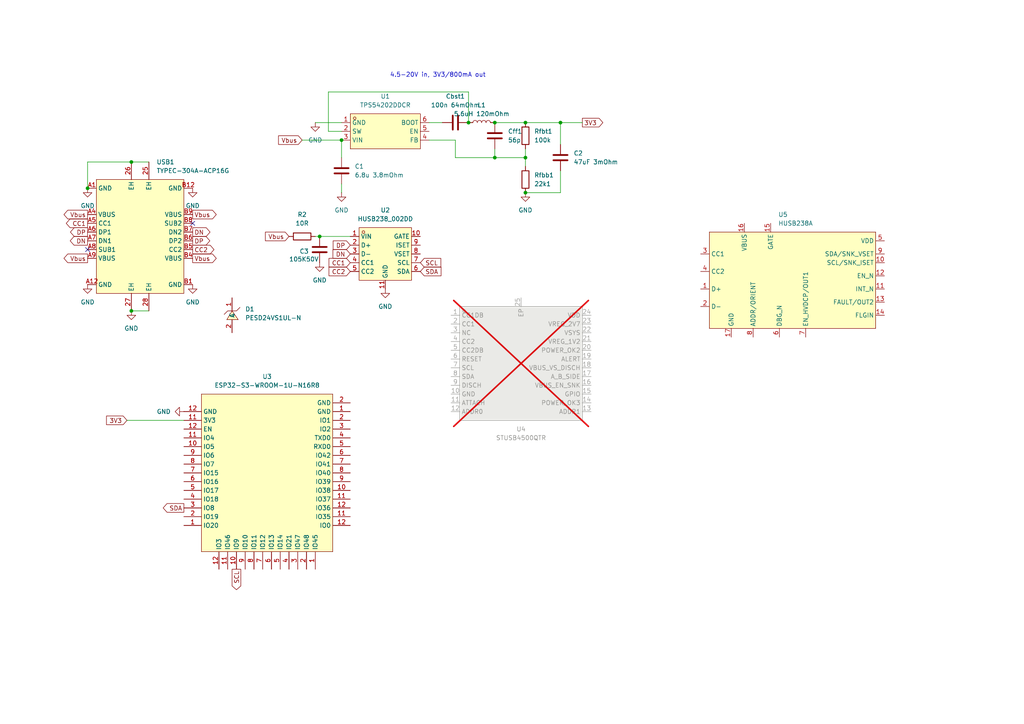
<source format=kicad_sch>
(kicad_sch (version 20231120) (generator "eeschema") (generator_version "8.0")
  (paper "A4")
  (lib_symbols
    (symbol "Device:C" (pin_numbers hide) (pin_names (offset 0.254))
      (property "Reference" "C" (at 0.635 2.54 0))
      (property "Value" "C" (at 0.635 -2.54 0))
      (symbol "C_0_1"
        (polyline (pts (xy -2.032 -0.762) (xy 2.032 -0.762)) (stroke (width 0.508)))
        (polyline (pts (xy -2.032 0.762) (xy 2.032 0.762)) (stroke (width 0.508)))
      )
      (symbol "C_1_1"
        (pin passive line (at 0 3.81 270) (length 2.794) (name "~") (number "1"))
        (pin passive line (at 0 -3.81 90) (length 2.794) (name "~") (number "2"))
      )
    )
    (symbol "Device:L" (pin_numbers hide) (pin_names (offset 1.016) hide)
      (property "Reference" "L" (at -1.27 0 90))
      (property "Value" "L" (at 1.905 0 90))
      (symbol "L_0_1"
        (arc (start 0 -2.54) (mid 0.6323 -1.905) (end 0 -1.27))
        (arc (start 0 -1.27) (mid 0.6323 -0.635) (end 0 0))
        (arc (start 0 0) (mid 0.6323 0.635) (end 0 1.27))
        (arc (start 0 1.27) (mid 0.6323 1.905) (end 0 2.54))
      )
      (symbol "L_1_1"
        (pin passive line (at 0 3.81 270) (length 1.27) (name "1") (number "1"))
        (pin passive line (at 0 -3.81 90) (length 1.27) (name "2") (number "2"))
      )
    )
    (symbol "Device:R" (pin_numbers hide) (pin_names (offset 0))
      (property "Reference" "R" (at 2.032 0 90))
      (property "Value" "R" (at 0 0 90))
      (symbol "R_0_1"
        (rectangle (start -1.016 -2.54) (end 1.016 2.54) (stroke (width 0.254)))
      )
      (symbol "R_1_1"
        (pin passive line (at 0 3.81 270) (length 1.27) (name "~") (number "1"))
        (pin passive line (at 0 -3.81 90) (length 1.27) (name "~") (number "2"))
      )
    )
    (symbol "EasyEda2Kicad:ESP32-S3-WROOM-1U-N16R8"
      (property "Reference" "U" (at 0 27.94 0))
      (property "Value" "ESP32-S3-WROOM-1U-N16R8" (at 0 -30.48 0))
      (symbol "ESP32-S3-WROOM-1U-N16R8_0_1"
        (rectangle (start -19.05 25.4) (end 19.05 -20.32) (fill (type background)))
        (pin power_in line (at 24.13 20.32 180) (length 5.08) (name "GND") (number "1"))
        (pin unspecified line (at -24.13 -12.7 0) (length 5.08) (name "IO20") (number "1"))
        (pin unspecified line (at 13.97 -25.4 90) (length 5.08) (name "IO45") (number "1"))
        (pin unspecified line (at 24.13 -2.54 180) (length 5.08) (name "IO38") (number "10"))
        (pin unspecified line (at -24.13 10.16 0) (length 5.08) (name "IO5") (number "10"))
        (pin unspecified line (at -8.89 -25.4 90) (length 5.08) (name "IO9") (number "10"))
        (pin power_in line (at -24.13 17.78 0) (length 5.08) (name "3V3") (number "11"))
        (pin unspecified line (at 24.13 -10.16 180) (length 5.08) (name "IO35") (number "11"))
        (pin unspecified line (at 24.13 -5.08 180) (length 5.08) (name "IO37") (number "11"))
        (pin unspecified line (at -24.13 12.7 0) (length 5.08) (name "IO4") (number "11"))
        (pin unspecified line (at -11.43 -25.4 90) (length 5.08) (name "IO46") (number "11"))
        (pin unspecified line (at -24.13 15.24 0) (length 5.08) (name "EN") (number "12"))
        (pin power_in line (at -24.13 20.32 0) (length 5.08) (name "GND") (number "12"))
        (pin unspecified line (at 24.13 -12.7 180) (length 5.08) (name "IO0") (number "12"))
        (pin unspecified line (at -13.97 -25.4 90) (length 5.08) (name "IO3") (number "12"))
        (pin unspecified line (at 24.13 -7.62 180) (length 5.08) (name "IO36") (number "12"))
        (pin power_in line (at 24.13 22.86 180) (length 5.08) (name "GND") (number "2"))
        (pin unspecified line (at 24.13 17.78 180) (length 5.08) (name "IO1") (number "2"))
        (pin unspecified line (at -24.13 -10.16 0) (length 5.08) (name "IO19") (number "2"))
        (pin unspecified line (at 11.43 -25.4 90) (length 5.08) (name "IO48") (number "2"))
        (pin unspecified line (at 24.13 15.24 180) (length 5.08) (name "IO2") (number "3"))
        (pin unspecified line (at 8.89 -25.4 90) (length 5.08) (name "IO47") (number "3"))
        (pin unspecified line (at -24.13 -7.62 0) (length 5.08) (name "IO8") (number "3"))
        (pin unspecified line (at -24.13 -5.08 0) (length 5.08) (name "IO18") (number "4"))
        (pin unspecified line (at 6.35 -25.4 90) (length 5.08) (name "IO21") (number "4"))
        (pin unspecified line (at 24.13 12.7 180) (length 5.08) (name "TXD0") (number "4"))
        (pin unspecified line (at 3.81 -25.4 90) (length 5.08) (name "IO14") (number "5"))
        (pin unspecified line (at -24.13 -2.54 0) (length 5.08) (name "IO17") (number "5"))
        (pin unspecified line (at 24.13 10.16 180) (length 5.08) (name "RXD0") (number "5"))
        (pin unspecified line (at 1.27 -25.4 90) (length 5.08) (name "IO13") (number "6"))
        (pin unspecified line (at -24.13 0 0) (length 5.08) (name "IO16") (number "6"))
        (pin unspecified line (at 24.13 7.62 180) (length 5.08) (name "IO42") (number "6"))
        (pin unspecified line (at -1.27 -25.4 90) (length 5.08) (name "IO12") (number "7"))
        (pin unspecified line (at -24.13 2.54 0) (length 5.08) (name "IO15") (number "7"))
        (pin unspecified line (at 24.13 5.08 180) (length 5.08) (name "IO41") (number "7"))
        (pin unspecified line (at -3.81 -25.4 90) (length 5.08) (name "IO11") (number "8"))
        (pin unspecified line (at 24.13 2.54 180) (length 5.08) (name "IO40") (number "8"))
        (pin unspecified line (at -24.13 5.08 0) (length 5.08) (name "IO7") (number "8"))
        (pin unspecified line (at -6.35 -25.4 90) (length 5.08) (name "IO10") (number "9"))
        (pin unspecified line (at 24.13 0 180) (length 5.08) (name "IO39") (number "9"))
        (pin unspecified line (at -24.13 7.62 0) (length 5.08) (name "IO6") (number "9"))
      )
    )
    (symbol "EasyEda2Kicad:HUSB238A"
      (property "Reference" "U" (at 0 21.59 0))
      (property "Value" "HUSB238A" (at 0 -21.59 0))
      (symbol "HUSB238A_0_1"
        (rectangle (start -24.13 13.97) (end 24.13 -13.97) (fill (type background)))
        (pin unspecified line (at -26.67 -2.54 0) (length 2.54) (name "D+") (number "1"))
        (pin unspecified line (at 26.67 5.08 180) (length 2.54) (name "SCL/SNK_ISET") (number "10"))
        (pin unspecified line (at 26.67 -2.54 180) (length 2.54) (name "INT_N") (number "11"))
        (pin unspecified line (at 26.67 1.27 180) (length 2.54) (name "EN_N") (number "12"))
        (pin unspecified line (at 26.67 -6.35 180) (length 2.54) (name "FAULT/OUT2") (number "13"))
        (pin unspecified line (at 26.67 -10.16 180) (length 2.54) (name "FLGIN") (number "14"))
        (pin unspecified line (at -6.35 16.51 270) (length 2.54) (name "GATE") (number "15"))
        (pin unspecified line (at -13.97 16.51 270) (length 2.54) (name "VBUS") (number "16"))
        (pin unspecified line (at -17.78 -16.51 90) (length 2.54) (name "GND") (number "17"))
        (pin unspecified line (at -26.67 -7.62 0) (length 2.54) (name "D-") (number "2"))
        (pin unspecified line (at -26.67 7.62 0) (length 2.54) (name "CC1") (number "3"))
        (pin unspecified line (at -26.67 2.54 0) (length 2.54) (name "CC2") (number "4"))
        (pin unspecified line (at 26.67 11.43 180) (length 2.54) (name "VDD") (number "5"))
        (pin unspecified line (at -3.81 -16.51 90) (length 2.54) (name "DBG_N") (number "6"))
        (pin unspecified line (at 3.81 -16.51 90) (length 2.54) (name "EN_HVDCP/OUT1") (number "7"))
        (pin unspecified line (at -11.43 -16.51 90) (length 2.54) (name "ADDR/ORIENT") (number "8"))
        (pin unspecified line (at 26.67 7.62 180) (length 2.54) (name "SDA/SNK_VSET") (number "9"))
      )
    )
    (symbol "EasyEda2Kicad:HUSB238_002DD"
      (property "Reference" "U" (at 0 10.16 0))
      (property "Value" "HUSB238_002DD" (at 0 -15.24 0))
      (symbol "HUSB238_002DD_0_1"
        (rectangle (start -7.62 7.62) (end 7.62 -7.62) (fill (type background)))
        (circle (center -6.35 6.35) (radius 0.38))
        (pin unspecified line (at -10.16 5.08 0) (length 2.54) (name "VIN") (number "1"))
        (pin unspecified line (at 10.16 5.08 180) (length 2.54) (name "GATE") (number "10"))
        (pin unspecified line (at 0 -10.16 90) (length 2.54) (name "GND") (number "11"))
        (pin unspecified line (at -10.16 2.54 0) (length 2.54) (name "D+") (number "2"))
        (pin unspecified line (at -10.16 0 0) (length 2.54) (name "D-") (number "3"))
        (pin unspecified line (at -10.16 -2.54 0) (length 2.54) (name "CC1") (number "4"))
        (pin unspecified line (at -10.16 -5.08 0) (length 2.54) (name "CC2") (number "5"))
        (pin unspecified line (at 10.16 -5.08 180) (length 2.54) (name "SDA") (number "6"))
        (pin unspecified line (at 10.16 -2.54 180) (length 2.54) (name "SCL") (number "7"))
        (pin unspecified line (at 10.16 0 180) (length 2.54) (name "VSET") (number "8"))
        (pin unspecified line (at 10.16 2.54 180) (length 2.54) (name "ISET") (number "9"))
      )
    )
    (symbol "EasyEda2Kicad:PESD24VS1UL-N"
      (property "Reference" "D" (at 0 5.08 0))
      (property "Value" "PESD24VS1UL-N" (at 0 -5.08 0))
      (symbol "PESD24VS1UL-N_0_1"
        (polyline (pts (xy -2.29 2.29) (xy -1.27 1.27) (xy -1.27 -1.27) (xy -0.25 -2.29)))
        (polyline (pts (xy 1.27 -1.52) (xy -1.27 0) (xy 1.27 1.78) (xy 1.27 -1.52)) (fill (type background)))
        (pin unspecified line (at -5.08 0 0) (length 3.81) (name "C") (number "1"))
        (pin unspecified line (at 5.08 0 180) (length 3.81) (name "A") (number "2"))
      )
    )
    (symbol "EasyEda2Kicad:TPS54202DDCR"
      (property "Reference" "U" (at 0 7.62 0))
      (property "Value" "TPS54202DDCR" (at 0 -7.62 0))
      (symbol "TPS54202DDCR_0_1"
        (rectangle (start -10.16 5.08) (end 10.16 -5.08) (fill (type background)))
        (circle (center -8.89 3.81) (radius 0.38))
        (pin unspecified line (at -12.7 2.54 0) (length 2.54) (name "GND") (number "1"))
        (pin unspecified line (at -12.7 0 0) (length 2.54) (name "SW") (number "2"))
        (pin unspecified line (at -12.7 -2.54 0) (length 2.54) (name "VIN") (number "3"))
        (pin unspecified line (at 12.7 -2.54 180) (length 2.54) (name "FB") (number "4"))
        (pin unspecified line (at 12.7 0 180) (length 2.54) (name "EN") (number "5"))
        (pin unspecified line (at 12.7 2.54 180) (length 2.54) (name "BOOT") (number "6"))
      )
    )
    (symbol "EasyEda2Kicad:TYPEC-304A-ACP16G"
      (property "Reference" "USB" (at 0 27.94 0))
      (property "Value" "TYPEC-304A-ACP16G" (at 0 -25.4 0))
      (symbol "TYPEC-304A-ACP16G_0_1"
        (rectangle (start -12.7 17.78) (end 12.7 -15.24) (fill (type background)))
        (pin unspecified line (at 2.54 22.86 270) (length 5.08) (name "EH") (number "25"))
        (pin unspecified line (at -2.54 22.86 270) (length 5.08) (name "EH") (number "26"))
        (pin unspecified line (at -2.54 -20.32 90) (length 5.08) (name "EH") (number "27"))
        (pin unspecified line (at 2.54 -20.32 90) (length 5.08) (name "EH") (number "28"))
        (pin unspecified line (at -15.24 15.24 0) (length 2.54) (name "GND") (number "A1"))
        (pin unspecified line (at -15.24 -12.7 0) (length 2.54) (name "GND") (number "A12"))
        (pin unspecified line (at -15.24 7.62 0) (length 2.54) (name "VBUS") (number "A4"))
        (pin unspecified line (at -15.24 5.08 0) (length 2.54) (name "CC1") (number "A5"))
        (pin unspecified line (at -15.24 2.54 0) (length 2.54) (name "DP1") (number "A6"))
        (pin unspecified line (at -15.24 0 0) (length 2.54) (name "DN1") (number "A7"))
        (pin unspecified line (at -15.24 -2.54 0) (length 2.54) (name "SUB1") (number "A8"))
        (pin unspecified line (at -15.24 -5.08 0) (length 2.54) (name "VBUS") (number "A9"))
        (pin unspecified line (at 15.24 -12.7 180) (length 2.54) (name "GND") (number "B1"))
        (pin unspecified line (at 15.24 15.24 180) (length 2.54) (name "GND") (number "B12"))
        (pin unspecified line (at 15.24 -5.08 180) (length 2.54) (name "VBUS") (number "B4"))
        (pin unspecified line (at 15.24 -2.54 180) (length 2.54) (name "CC2") (number "B5"))
        (pin unspecified line (at 15.24 0 180) (length 2.54) (name "DP2") (number "B6"))
        (pin unspecified line (at 15.24 2.54 180) (length 2.54) (name "DN2") (number "B7"))
        (pin unspecified line (at 15.24 5.08 180) (length 2.54) (name "SUB2") (number "B8"))
        (pin unspecified line (at 15.24 7.62 180) (length 2.54) (name "VBUS") (number "B9"))
      )
    )
    (symbol "STUSB4500QTR_1"
      (property "Reference" "U" (at 0 24.13 0))
      (property "Value" "STUSB4500QTR" (at 0 -19.05 0))
      (symbol "STUSB4500QTR_1_0_1"
        (rectangle (start -17.78 16.51) (end 17.78 -16.51) (fill (type background)))
        (circle (center -16.51 15.24) (radius 0.38))
        (pin unspecified line (at -20.32 13.97 0) (length 2.54) (name "CC1DB") (number "1"))
        (pin unspecified line (at -20.32 -8.89 0) (length 2.54) (name "GND") (number "10"))
        (pin unspecified line (at -20.32 -11.43 0) (length 2.54) (name "ATTACH") (number "11"))
        (pin unspecified line (at -20.32 -13.97 0) (length 2.54) (name "ADDR0") (number "12"))
        (pin unspecified line (at 20.32 -13.97 180) (length 2.54) (name "ADDR1") (number "13"))
        (pin unspecified line (at 20.32 -11.43 180) (length 2.54) (name "POWER_OK3") (number "14"))
        (pin unspecified line (at 20.32 -8.89 180) (length 2.54) (name "GPIO") (number "15"))
        (pin unspecified line (at 20.32 -6.35 180) (length 2.54) (name "VBUS_EN_SNK") (number "16"))
        (pin unspecified line (at 20.32 -3.81 180) (length 2.54) (name "A_B_SIDE") (number "17"))
        (pin unspecified line (at 20.32 -1.27 180) (length 2.54) (name "VBUS_VS_DISCH") (number "18"))
        (pin unspecified line (at 20.32 1.27 180) (length 2.54) (name "ALERT") (number "19"))
        (pin unspecified line (at -20.32 11.43 0) (length 2.54) (name "CC1") (number "2"))
        (pin unspecified line (at 20.32 3.81 180) (length 2.54) (name "POWER_OK2") (number "20"))
        (pin unspecified line (at 20.32 6.35 180) (length 2.54) (name "VREG_1V2") (number "21"))
        (pin unspecified line (at 20.32 8.89 180) (length 2.54) (name "VSYS") (number "22"))
        (pin unspecified line (at 20.32 11.43 180) (length 2.54) (name "VREG_2V7") (number "23"))
        (pin unspecified line (at 20.32 13.97 180) (length 2.54) (name "VDD") (number "24"))
        (pin unspecified line (at 0 19.05 270) (length 2.54) (name "EP") (number "25"))
        (pin unspecified line (at -20.32 8.89 0) (length 2.54) (name "NC") (number "3"))
        (pin unspecified line (at -20.32 6.35 0) (length 2.54) (name "CC2") (number "4"))
        (pin unspecified line (at -20.32 3.81 0) (length 2.54) (name "CC2DB") (number "5"))
        (pin unspecified line (at -20.32 1.27 0) (length 2.54) (name "RESET") (number "6"))
        (pin unspecified line (at -20.32 -1.27 0) (length 2.54) (name "SCL") (number "7"))
        (pin unspecified line (at -20.32 -3.81 0) (length 2.54) (name "SDA") (number "8"))
        (pin unspecified line (at -20.32 -6.35 0) (length 2.54) (name "DISCH") (number "9"))
      )
    )
    (symbol "power:GND" (power) (pin_numbers hide) (pin_names (offset 0) hide)
      (property "Value" "GND" (at 0 -3.81 0))
      (symbol "GND_0_1"
        (polyline (pts (xy 0 0) (xy 0 -1.27) (xy 1.27 -1.27) (xy 0 -2.54) (xy -1.27 -1.27) (xy 0 -1.27)))
      )
      (symbol "GND_1_1"
        (pin power_in line (at 0 0 270) (length 0) (name "~") (number "1"))
      )
    )
  )
  (junction (at 152.4 45.72))
  (junction (at 38.1 46.99))
  (junction (at 38.1 90.17))
  (junction (at 152.4 55.88))
  (junction (at 152.4 35.56))
  (junction (at 162.56 35.56))
  (junction (at 99.06 40.64))
  (junction (at 25.4 54.61))
  (junction (at 92.71 68.58))
  (junction (at 143.51 35.56))
  (junction (at 135.89 35.56))
  (junction (at 143.51 45.72))
  (no_connect (at 55.88 64.77))
  (no_connect (at 25.4 72.39))
  (wire (pts (xy 143.51 45.72) (xy 143.51 43.18)))
  (wire (pts (xy 91.44 68.58) (xy 92.71 68.58)))
  (wire (pts (xy 87.63 40.64) (xy 99.06 40.64)))
  (wire (pts (xy 132.08 45.72) (xy 143.51 45.72)))
  (wire (pts (xy 128.27 35.56) (xy 124.46 35.56)))
  (wire (pts (xy 135.89 26.67) (xy 135.89 35.56)))
  (wire (pts (xy 132.08 40.64) (xy 132.08 45.72)))
  (wire (pts (xy 99.06 40.64) (xy 99.06 45.72)))
  (wire (pts (xy 162.56 35.56) (xy 152.4 35.56)))
  (wire (pts (xy 95.25 26.67) (xy 135.89 26.67)))
  (wire (pts (xy 92.71 68.58) (xy 101.6 68.58)))
  (wire (pts (xy 162.56 49.53) (xy 162.56 55.88)))
  (wire (pts (xy 38.1 90.17) (xy 43.18 90.17)))
  (wire (pts (xy 143.51 35.56) (xy 152.4 35.56)))
  (wire (pts (xy 152.4 43.18) (xy 152.4 45.72)))
  (wire (pts (xy 36.83 121.92) (xy 53.34 121.92)))
  (wire (pts (xy 99.06 35.56) (xy 91.44 35.56)))
  (wire (pts (xy 152.4 45.72) (xy 143.51 45.72)))
  (wire (pts (xy 38.1 46.99) (xy 43.18 46.99)))
  (wire (pts (xy 162.56 55.88) (xy 152.4 55.88)))
  (wire (pts (xy 38.1 46.99) (xy 25.4 46.99)))
  (wire (pts (xy 99.06 38.1) (xy 95.25 38.1)))
  (wire (pts (xy 95.25 38.1) (xy 95.25 26.67)))
  (wire (pts (xy 152.4 45.72) (xy 152.4 48.26)))
  (wire (pts (xy 162.56 41.91) (xy 162.56 35.56)))
  (wire (pts (xy 124.46 40.64) (xy 132.08 40.64)))
  (wire (pts (xy 162.56 35.56) (xy 168.91 35.56)))
  (wire (pts (xy 25.4 46.99) (xy 25.4 54.61)))
  (wire (pts (xy 99.06 53.34) (xy 99.06 55.88)))
  (text "4.5-20V in, 3V3/800mA out" (at 127 21.844 0) (effects (font (size 1.27 1.27))))
  (global_label "DP" (shape output) (at 25.4 67.31 180) (property "Intersheetrefs" "${INTERSHEET_REFS}" (effects (hide yes))))
  (global_label "SDA" (shape input) (at 121.92 78.74 0) (property "Intersheetrefs" "${INTERSHEET_REFS}" (effects (hide yes))))
  (global_label "DP" (shape output) (at 55.88 69.85 0) (property "Intersheetrefs" "${INTERSHEET_REFS}" (effects (hide yes))))
  (global_label "DN" (shape output) (at 55.88 67.31 0) (property "Intersheetrefs" "${INTERSHEET_REFS}" (effects (hide yes))))
  (global_label "Vbus" (shape input) (at 83.82 68.58 180) (property "Intersheetrefs" "${INTERSHEET_REFS}" (effects (hide yes))))
  (global_label "SDA" (shape output) (at 53.34 147.32 180) (property "Intersheetrefs" "${INTERSHEET_REFS}" (effects (hide yes))))
  (global_label "Vbus" (shape output) (at 55.88 74.93 0) (property "Intersheetrefs" "${INTERSHEET_REFS}" (effects (hide yes))))
  (global_label "Vbus" (shape output) (at 55.88 62.23 0) (property "Intersheetrefs" "${INTERSHEET_REFS}" (effects (hide yes))))
  (global_label "SCL" (shape output) (at 68.58 165.1 270) (property "Intersheetrefs" "${INTERSHEET_REFS}" (effects (hide yes))))
  (global_label "CC2" (shape input) (at 101.6 78.74 180) (property "Intersheetrefs" "${INTERSHEET_REFS}" (effects (hide yes))))
  (global_label "Vbus" (shape output) (at 25.4 62.23 180) (property "Intersheetrefs" "${INTERSHEET_REFS}" (effects (hide yes))))
  (global_label "DN" (shape input) (at 101.6 73.66 180) (property "Intersheetrefs" "${INTERSHEET_REFS}" (effects (hide yes))))
  (global_label "Vbus" (shape input) (at 87.63 40.64 180) (property "Intersheetrefs" "${INTERSHEET_REFS}" (effects (hide yes))))
  (global_label "CC2" (shape output) (at 55.88 72.39 0) (property "Intersheetrefs" "${INTERSHEET_REFS}" (effects (hide yes))))
  (global_label "Vbus" (shape output) (at 25.4 74.93 180) (property "Intersheetrefs" "${INTERSHEET_REFS}" (effects (hide yes))))
  (global_label "DN" (shape output) (at 25.4 69.85 180) (property "Intersheetrefs" "${INTERSHEET_REFS}" (effects (hide yes))))
  (global_label "CC1" (shape input) (at 101.6 76.2 180) (property "Intersheetrefs" "${INTERSHEET_REFS}" (effects (hide yes))))
  (global_label "3V3" (shape input) (at 36.83 121.92 180) (property "Intersheetrefs" "${INTERSHEET_REFS}" (effects (hide yes))))
  (global_label "CC1" (shape output) (at 25.4 64.77 180) (property "Intersheetrefs" "${INTERSHEET_REFS}" (effects (hide yes))))
  (global_label "SCL" (shape input) (at 121.92 76.2 0) (property "Intersheetrefs" "${INTERSHEET_REFS}" (effects (hide yes))))
  (global_label "3V3" (shape output) (at 168.91 35.56 0) (property "Intersheetrefs" "${INTERSHEET_REFS}" (effects (hide yes))))
  (global_label "DP" (shape input) (at 101.6 71.12 180) (property "Intersheetrefs" "${INTERSHEET_REFS}" (effects (hide yes))))
  (symbol (lib_id "EasyEda2Kicad:TYPEC-304A-ACP16G") (at 40.64 69.85 0) (unit 1)
    (property "Reference" "USB1" (at 45.3741 46.99 0) (effects (justify left)))
    (property "Value" "TYPEC-304A-ACP16G" (at 45.3741 49.53 0) (effects (justify left)))
    (property "Footprint" "easyeda2kicad:USB-C-SMD_XUNPU_TYPEC-304A-ACP16W" (effects (hide yes)))
    (property "LCSC Part" "C2909608" (effects (hide yes)))
  )
  (symbol (lib_id "power:GND") (at 99.06 55.88 0) (unit 1)
    (property "Reference" "#PWR07" (effects (hide yes)))
    (property "Value" "GND" (at 99.06 60.96 0))
    (property "Description" "Power symbol creates a global label with name \"GND\" , ground" (effects (hide yes)))
  )
  (symbol (lib_id "Device:C") (at 99.06 49.53 0) (unit 1)
    (property "Reference" "C1" (at 102.87 48.2599 0) (effects (justify left)))
    (property "Value" "6.8u 3.8mOhm" (at 102.87 50.7999 0) (effects (justify left)))
    (property "Description" "Unpolarized capacitor" (effects (hide yes)))
  )
  (symbol (lib_id "EasyEda2Kicad:HUSB238A") (at 229.87 81.28 0) (unit 1)
    (property "Reference" "U5" (at 225.7141 62.23 0) (effects (justify left)))
    (property "Value" "HUSB238A" (at 225.7141 64.77 0) (effects (justify left)))
    (property "Footprint" "easyeda2kicad:QFN-16_L3.0-W3.0-P0.50-BL-EP1.7" (effects (hide yes)))
    (property "LCSC Part" "C9900049079" (effects (hide yes)))
  )
  (symbol (lib_id "EasyEda2Kicad:PESD24VS1UL-N") (at 67.31 91.44 270) (unit 1)
    (property "Reference" "D1" (at 71.12 89.6599 90) (effects (justify left)))
    (property "Value" "PESD24VS1UL-N" (at 71.12 92.1999 90) (effects (justify left)))
    (property "Footprint" "easyeda2kicad:DFN1006-2L-RD" (effects (hide yes)))
    (property "Datasheet" "https://lcsc.com/product-detail/Diodes-ESD_Bourne-Semicon-Shenzhen-PESD24VS1UL-N_C406227.html" (effects (hide yes)))
    (property "LCSC Part" "C406227" (effects (hide yes)))
  )
  (symbol (lib_id "Device:R") (at 87.63 68.58 90) (unit 1)
    (property "Reference" "R2" (at 87.63 62.23 90))
    (property "Value" "10R" (at 87.63 64.77 90))
    (property "Description" "Resistor" (effects (hide yes)))
  )
  (symbol (lib_id "EasyEda2Kicad:HUSB238_002DD") (at 111.76 73.66 0) (unit 1)
    (property "Reference" "U2" (at 111.76 60.96 0))
    (property "Value" "HUSB238_002DD" (at 111.76 63.5 0))
    (property "Footprint" "easyeda2kicad:DFN-10_L3.0-W3.0-P0.50-BL-EP2.5" (effects (hide yes)))
    (property "LCSC Part" "C7471904" (effects (hide yes)))
  )
  (symbol (lib_id "power:GND") (at 111.76 83.82 0) (unit 1)
    (property "Reference" "#PWR08" (effects (hide yes)))
    (property "Value" "GND" (at 111.76 88.9 0))
    (property "Description" "Power symbol creates a global label with name \"GND\" , ground" (effects (hide yes)))
  )
  (symbol (lib_id "power:GND") (at 91.44 35.56 0) (unit 1)
    (property "Reference" "#PWR06" (effects (hide yes)))
    (property "Value" "GND" (at 91.44 40.64 0))
    (property "Description" "Power symbol creates a global label with name \"GND\" , ground" (effects (hide yes)))
  )
  (symbol (lib_id "Device:C") (at 92.71 72.39 0) (unit 1)
    (property "Reference" "C3" (at 86.868 72.898 0) (effects (justify left)))
    (property "Value" "105K50V" (at 83.82 75.184 0) (effects (justify left)))
    (property "Description" "Unpolarized capacitor" (effects (hide yes)))
  )
  (symbol (lib_id "Device:R") (at 152.4 39.37 0) (unit 1)
    (property "Reference" "Rfbt1" (at 154.94 38.0999 0) (effects (justify left)))
    (property "Value" "100k" (at 154.94 40.6399 0) (effects (justify left)))
    (property "Description" "Resistor" (effects (hide yes)))
  )
  (symbol (lib_id "Device:R") (at 152.4 52.07 0) (unit 1)
    (property "Reference" "Rfbb1" (at 154.94 50.7999 0) (effects (justify left)))
    (property "Value" "22k1" (at 154.94 53.3399 0) (effects (justify left)))
    (property "Description" "Resistor" (effects (hide yes)))
  )
  (symbol (lib_id "Device:C") (at 162.56 45.72 0) (unit 1)
    (property "Reference" "C2" (at 166.37 44.4499 0) (effects (justify left)))
    (property "Value" "47uF 3mOhm" (at 166.37 46.9899 0) (effects (justify left)))
    (property "Description" "Unpolarized capacitor" (effects (hide yes)))
  )
  (symbol (lib_id "power:GND") (at 55.88 82.55 0) (unit 1)
    (property "Reference" "#PWR05" (effects (hide yes)))
    (property "Value" "GND" (at 55.88 87.63 0))
    (property "Description" "Power symbol creates a global label with name \"GND\" , ground" (effects (hide yes)))
  )
  (symbol (lib_id "power:GND") (at 25.4 82.55 0) (unit 1)
    (property "Reference" "#PWR02" (effects (hide yes)))
    (property "Value" "GND" (at 25.4 87.63 0))
    (property "Description" "Power symbol creates a global label with name \"GND\" , ground" (effects (hide yes)))
  )
  (symbol (lib_id "power:GND") (at 38.1 90.17 0) (unit 1)
    (property "Reference" "#PWR03" (effects (hide yes)))
    (property "Value" "GND" (at 38.1 95.25 0))
    (property "Description" "Power symbol creates a global label with name \"GND\" , ground" (effects (hide yes)))
  )
  (symbol (lib_id "power:GND") (at 55.88 54.61 0) (unit 1)
    (property "Reference" "#PWR04" (effects (hide yes)))
    (property "Value" "GND" (at 55.88 59.69 0))
    (property "Description" "Power symbol creates a global label with name \"GND\" , ground" (effects (hide yes)))
  )
  (symbol (lib_id "Device:C") (at 143.51 39.37 0) (unit 1)
    (property "Reference" "Cff1" (at 147.32 38.0999 0) (effects (justify left)))
    (property "Value" "56p" (at 147.32 40.6399 0) (effects (justify left)))
    (property "Description" "Unpolarized capacitor" (effects (hide yes)))
  )
  (symbol (lib_id "power:GND") (at 152.4 55.88 0) (unit 1)
    (property "Reference" "#PWR09" (effects (hide yes)))
    (property "Value" "GND" (at 152.4 60.96 0))
    (property "Description" "Power symbol creates a global label with name \"GND\" , ground" (effects (hide yes)))
  )
  (symbol (lib_id "power:GND") (at 25.4 54.61 0) (unit 1)
    (property "Reference" "#PWR01" (effects (hide yes)))
    (property "Value" "GND" (at 25.4 59.69 0))
    (property "Description" "Power symbol creates a global label with name \"GND\" , ground" (effects (hide yes)))
  )
  (symbol (lib_id "Device:C") (at 132.08 35.56 90) (unit 1)
    (property "Reference" "Cbst1" (at 132.08 27.94 90))
    (property "Value" "100n 64mOhm" (at 132.08 30.48 90))
    (property "Description" "Unpolarized capacitor" (effects (hide yes)))
  )
  (symbol (lib_id "EasyEda2Kicad:ESP32-S3-WROOM-1U-N16R8") (at 77.47 139.7 0) (unit 1)
    (property "Reference" "U3" (at 77.47 109.22 0))
    (property "Value" "ESP32-S3-WROOM-1U-N16R8" (at 77.47 111.76 0))
    (property "Footprint" "easyeda2kicad:WIRELM-SMD_ESP32-S3-WROOM-1U" (effects (hide yes)))
    (property "LCSC Part" "C3013946" (effects (hide yes)))
  )
  (symbol (lib_id "Device:L") (at 139.7 35.56 90) (unit 1)
    (property "Reference" "L1" (at 139.7 30.48 90))
    (property "Value" "5.6uH 120mOhm" (at 139.7 33.02 90))
    (property "Description" "Inductor" (effects (hide yes)))
  )
  (symbol (lib_name "STUSB4500QTR_1") (lib_id "EasyEda2Kicad:STUSB4500QTR") (at 151.13 105.41 0) (unit 1) (dnp yes)
    (property "Reference" "U4" (at 151.13 124.46 0))
    (property "Value" "STUSB4500QTR" (at 151.13 127 0))
    (property "Footprint" "easyeda2kicad:QFN-24_L4.0-W4.0-P0.50-BL-EP2.8" (effects (hide yes)))
    (property "Datasheet" "https://github.com/usb-c/STUSB4500/" (effects (hide yes)))
    (property "LCSC Part" "C2678061" (effects (hide yes)))
  )
  (symbol (lib_id "power:GND") (at 92.71 76.2 0) (unit 1)
    (property "Reference" "#PWR010" (effects (hide yes)))
    (property "Value" "GND" (at 92.71 81.28 0))
    (property "Description" "Power symbol creates a global label with name \"GND\" , ground" (effects (hide yes)))
  )
  (symbol (lib_id "EasyEda2Kicad:TPS54202DDCR") (at 111.76 38.1 0) (unit 1)
    (property "Reference" "U1" (at 111.76 27.94 0))
    (property "Value" "TPS54202DDCR" (at 111.76 30.48 0))
    (property "Footprint" "easyeda2kicad:SOT-23-6_L2.9-W1.6-P0.95-LS2.8-BL" (effects (hide yes)))
    (property "Datasheet" "https://lcsc.com/product-detail/Others_Texas-Instruments_TPS54202DDCR_Texas-Instruments-TI-TPS54202DDCR_C191884.html" (effects (hide yes)))
    (property "LCSC Part" "C191884" (effects (hide yes)))
  )
  (symbol (lib_id "power:GND") (at 53.34 119.38 270) (unit 1)
    (property "Reference" "#PWR011" (effects (hide yes)))
    (property "Value" "GND" (at 49.53 119.3799 90) (effects (justify right)))
    (property "Description" "Power symbol creates a global label with name \"GND\" , ground" (effects (hide yes)))
  )
)
</source>
